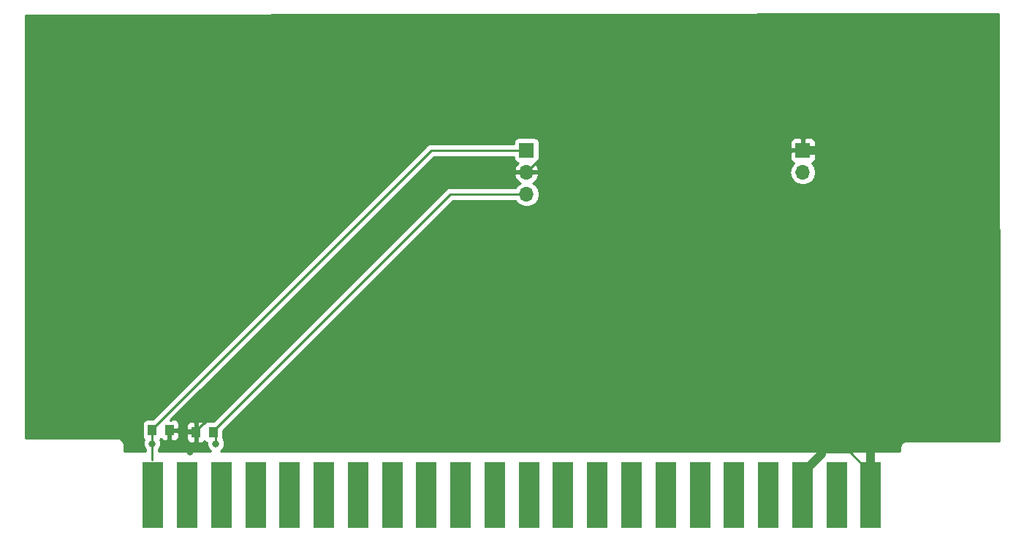
<source format=gbr>
G04 #@! TF.GenerationSoftware,KiCad,Pcbnew,5.0-dev-unknown-997d4de~62~ubuntu17.10.1*
G04 #@! TF.CreationDate,2018-02-23T16:33:40-08:00*
G04 #@! TF.ProjectId,Carrier_Board,436172726965725F426F6172642E6B69,rev?*
G04 #@! TF.SameCoordinates,Original*
G04 #@! TF.FileFunction,Copper,L1,Top,Signal*
G04 #@! TF.FilePolarity,Positive*
%FSLAX46Y46*%
G04 Gerber Fmt 4.6, Leading zero omitted, Abs format (unit mm)*
G04 Created by KiCad (PCBNEW 5.0-dev-unknown-997d4de~62~ubuntu17.10.1) date Fri Feb 23 16:33:40 2018*
%MOMM*%
%LPD*%
G01*
G04 APERTURE LIST*
%ADD10R,1.000000X1.250000*%
%ADD11O,1.700000X1.700000*%
%ADD12R,1.700000X1.700000*%
%ADD13R,2.390000X7.600000*%
%ADD14C,0.800000*%
%ADD15C,0.250000*%
%ADD16C,1.000000*%
%ADD17C,0.254000*%
G04 APERTURE END LIST*
D10*
X102625000Y-117450000D03*
X100625000Y-117450000D03*
X107700000Y-117675000D03*
X105700000Y-117675000D03*
D11*
X144000000Y-90080000D03*
X144000000Y-87540000D03*
D12*
X144000000Y-85000000D03*
D13*
X100720001Y-125007500D03*
X104680001Y-125007500D03*
X108640001Y-125007500D03*
X112600001Y-125007500D03*
X116560001Y-125007500D03*
X120520001Y-125007500D03*
X124480001Y-125007500D03*
X128440001Y-125007500D03*
X132400001Y-125007500D03*
X136360001Y-125007500D03*
X140320001Y-125007500D03*
X144280001Y-125007500D03*
X148240001Y-125007500D03*
X152200001Y-125007500D03*
X156160001Y-125007500D03*
X160120001Y-125007500D03*
X164080001Y-125007500D03*
X168040001Y-125007500D03*
X172000001Y-125007500D03*
X175960001Y-125007500D03*
X179920001Y-125007500D03*
X183880001Y-125007500D03*
D11*
X176000000Y-87540000D03*
D12*
X176000000Y-85000000D03*
D14*
X108000000Y-119000000D03*
X178000000Y-117000000D03*
X178000000Y-113000000D03*
X178000000Y-109000000D03*
X178000000Y-105000000D03*
X178000000Y-102000000D03*
X178000000Y-99000000D03*
X178000000Y-95000000D03*
X178000000Y-92000000D03*
X178000000Y-89000000D03*
X174000000Y-117000000D03*
X174000000Y-113000000D03*
X174000000Y-109000000D03*
X174000000Y-105000000D03*
X174000000Y-102000000D03*
X174000000Y-99000000D03*
X174000000Y-95000000D03*
X174000000Y-92000000D03*
X174000000Y-89000000D03*
X183880001Y-120000000D03*
X105000000Y-120000000D03*
X100625000Y-119000000D03*
D15*
X108000000Y-119000000D02*
X108000000Y-117975000D01*
X108000000Y-117975000D02*
X107700000Y-117675000D01*
X144000000Y-90080000D02*
X135170000Y-90080000D01*
X135170000Y-90080000D02*
X107700000Y-117550000D01*
X107700000Y-117550000D02*
X107700000Y-117675000D01*
X178155001Y-120207500D02*
X178362501Y-120000000D01*
X178362501Y-120000000D02*
X181477501Y-120000000D01*
X181477501Y-120000000D02*
X183880001Y-122402500D01*
X183880001Y-122402500D02*
X183880001Y-125007500D01*
D16*
X183880001Y-120000000D02*
X183880001Y-91030001D01*
X183880001Y-125007500D02*
X183880001Y-120000000D01*
D15*
X144000000Y-87540000D02*
X146540000Y-85000000D01*
X146540000Y-85000000D02*
X176000000Y-85000000D01*
X105700000Y-117675000D02*
X105700000Y-117550000D01*
X105700000Y-117550000D02*
X135710000Y-87540000D01*
X135710000Y-87540000D02*
X142797919Y-87540000D01*
X142797919Y-87540000D02*
X144000000Y-87540000D01*
X102625000Y-117450000D02*
X105475000Y-117450000D01*
X105475000Y-117450000D02*
X105700000Y-117675000D01*
X105000000Y-120000000D02*
X105700000Y-119300000D01*
X105700000Y-119300000D02*
X105700000Y-117675000D01*
D16*
X175960001Y-125007500D02*
X175960001Y-122402500D01*
X175960001Y-122402500D02*
X178155001Y-120207500D01*
X177850000Y-85000000D02*
X176000000Y-85000000D01*
X178155001Y-85305001D02*
X177850000Y-85000000D01*
X183880001Y-91030001D02*
X177850000Y-85000000D01*
D15*
X183880001Y-122402500D02*
X183477501Y-122000000D01*
X183477501Y-122000000D02*
X183000000Y-122000000D01*
X100625000Y-119000000D02*
X100625000Y-120882499D01*
X100625000Y-117450000D02*
X100625000Y-119000000D01*
X144000000Y-85000000D02*
X132950000Y-85000000D01*
X100625000Y-117325000D02*
X100625000Y-117450000D01*
X132950000Y-85000000D02*
X100625000Y-117325000D01*
D17*
G36*
X198714652Y-118740000D02*
X188019926Y-118740000D01*
X187950000Y-118726091D01*
X187880075Y-118740000D01*
X187880074Y-118740000D01*
X187672972Y-118781195D01*
X187438119Y-118938119D01*
X187281195Y-119172972D01*
X187226091Y-119450000D01*
X187240001Y-119519931D01*
X187240001Y-119873000D01*
X108590711Y-119873000D01*
X108877431Y-119586280D01*
X109035000Y-119205874D01*
X109035000Y-118794126D01*
X108877431Y-118413720D01*
X108833549Y-118369838D01*
X108847440Y-118300000D01*
X108847440Y-117477361D01*
X135484802Y-90840000D01*
X142721822Y-90840000D01*
X142929375Y-91150625D01*
X143420582Y-91478839D01*
X143853744Y-91565000D01*
X144146256Y-91565000D01*
X144579418Y-91478839D01*
X145070625Y-91150625D01*
X145398839Y-90659418D01*
X145514092Y-90080000D01*
X145398839Y-89500582D01*
X145070625Y-89009375D01*
X144751522Y-88796157D01*
X144881358Y-88735183D01*
X145271645Y-88306924D01*
X145441476Y-87896890D01*
X145320155Y-87667000D01*
X144127000Y-87667000D01*
X144127000Y-87687000D01*
X143873000Y-87687000D01*
X143873000Y-87667000D01*
X142679845Y-87667000D01*
X142558524Y-87896890D01*
X142728355Y-88306924D01*
X143118642Y-88735183D01*
X143248478Y-88796157D01*
X142929375Y-89009375D01*
X142721822Y-89320000D01*
X135244848Y-89320000D01*
X135170000Y-89305112D01*
X135095152Y-89320000D01*
X135095148Y-89320000D01*
X134873463Y-89364096D01*
X134622071Y-89532071D01*
X134579671Y-89595527D01*
X107772639Y-116402560D01*
X107200000Y-116402560D01*
X106952235Y-116451843D01*
X106742191Y-116592191D01*
X106701346Y-116653320D01*
X106559698Y-116511673D01*
X106326309Y-116415000D01*
X105985750Y-116415000D01*
X105827000Y-116573750D01*
X105827000Y-117548000D01*
X105847000Y-117548000D01*
X105847000Y-117802000D01*
X105827000Y-117802000D01*
X105827000Y-118776250D01*
X105985750Y-118935000D01*
X106326309Y-118935000D01*
X106559698Y-118838327D01*
X106701346Y-118696680D01*
X106742191Y-118757809D01*
X106952235Y-118898157D01*
X106965000Y-118900696D01*
X106965000Y-119205874D01*
X107122569Y-119586280D01*
X107409289Y-119873000D01*
X101385000Y-119873000D01*
X101385000Y-119703711D01*
X101502431Y-119586280D01*
X101660000Y-119205874D01*
X101660000Y-118794126D01*
X101558490Y-118549059D01*
X101582809Y-118532809D01*
X101623654Y-118471680D01*
X101765302Y-118613327D01*
X101998691Y-118710000D01*
X102339250Y-118710000D01*
X102498000Y-118551250D01*
X102498000Y-117577000D01*
X102752000Y-117577000D01*
X102752000Y-118551250D01*
X102910750Y-118710000D01*
X103251309Y-118710000D01*
X103484698Y-118613327D01*
X103663327Y-118434699D01*
X103760000Y-118201310D01*
X103760000Y-117960750D01*
X104565000Y-117960750D01*
X104565000Y-118426310D01*
X104661673Y-118659699D01*
X104840302Y-118838327D01*
X105073691Y-118935000D01*
X105414250Y-118935000D01*
X105573000Y-118776250D01*
X105573000Y-117802000D01*
X104723750Y-117802000D01*
X104565000Y-117960750D01*
X103760000Y-117960750D01*
X103760000Y-117735750D01*
X103601250Y-117577000D01*
X102752000Y-117577000D01*
X102498000Y-117577000D01*
X102478000Y-117577000D01*
X102478000Y-117323000D01*
X102498000Y-117323000D01*
X102498000Y-117303000D01*
X102752000Y-117303000D01*
X102752000Y-117323000D01*
X103601250Y-117323000D01*
X103760000Y-117164250D01*
X103760000Y-116923690D01*
X104565000Y-116923690D01*
X104565000Y-117389250D01*
X104723750Y-117548000D01*
X105573000Y-117548000D01*
X105573000Y-116573750D01*
X105414250Y-116415000D01*
X105073691Y-116415000D01*
X104840302Y-116511673D01*
X104661673Y-116690301D01*
X104565000Y-116923690D01*
X103760000Y-116923690D01*
X103760000Y-116698690D01*
X103663327Y-116465301D01*
X103484698Y-116286673D01*
X103251309Y-116190000D01*
X102910750Y-116190000D01*
X102752002Y-116348748D01*
X102752002Y-116272799D01*
X131484802Y-87540000D01*
X174485908Y-87540000D01*
X174601161Y-88119418D01*
X174929375Y-88610625D01*
X175420582Y-88938839D01*
X175853744Y-89025000D01*
X176146256Y-89025000D01*
X176579418Y-88938839D01*
X177070625Y-88610625D01*
X177398839Y-88119418D01*
X177514092Y-87540000D01*
X177398839Y-86960582D01*
X177070625Y-86469375D01*
X177048967Y-86454904D01*
X177209698Y-86388327D01*
X177388327Y-86209699D01*
X177485000Y-85976310D01*
X177485000Y-85285750D01*
X177326250Y-85127000D01*
X176127000Y-85127000D01*
X176127000Y-85147000D01*
X175873000Y-85147000D01*
X175873000Y-85127000D01*
X174673750Y-85127000D01*
X174515000Y-85285750D01*
X174515000Y-85976310D01*
X174611673Y-86209699D01*
X174790302Y-86388327D01*
X174951033Y-86454904D01*
X174929375Y-86469375D01*
X174601161Y-86960582D01*
X174485908Y-87540000D01*
X131484802Y-87540000D01*
X133264803Y-85760000D01*
X142502560Y-85760000D01*
X142502560Y-85850000D01*
X142551843Y-86097765D01*
X142692191Y-86307809D01*
X142902235Y-86448157D01*
X143005708Y-86468739D01*
X142728355Y-86773076D01*
X142558524Y-87183110D01*
X142679845Y-87413000D01*
X143873000Y-87413000D01*
X143873000Y-87393000D01*
X144127000Y-87393000D01*
X144127000Y-87413000D01*
X145320155Y-87413000D01*
X145441476Y-87183110D01*
X145271645Y-86773076D01*
X144994292Y-86468739D01*
X145097765Y-86448157D01*
X145307809Y-86307809D01*
X145448157Y-86097765D01*
X145497440Y-85850000D01*
X145497440Y-84150000D01*
X145472316Y-84023690D01*
X174515000Y-84023690D01*
X174515000Y-84714250D01*
X174673750Y-84873000D01*
X175873000Y-84873000D01*
X175873000Y-83673750D01*
X176127000Y-83673750D01*
X176127000Y-84873000D01*
X177326250Y-84873000D01*
X177485000Y-84714250D01*
X177485000Y-84023690D01*
X177388327Y-83790301D01*
X177209698Y-83611673D01*
X176976309Y-83515000D01*
X176285750Y-83515000D01*
X176127000Y-83673750D01*
X175873000Y-83673750D01*
X175714250Y-83515000D01*
X175023691Y-83515000D01*
X174790302Y-83611673D01*
X174611673Y-83790301D01*
X174515000Y-84023690D01*
X145472316Y-84023690D01*
X145448157Y-83902235D01*
X145307809Y-83692191D01*
X145097765Y-83551843D01*
X144850000Y-83502560D01*
X143150000Y-83502560D01*
X142902235Y-83551843D01*
X142692191Y-83692191D01*
X142551843Y-83902235D01*
X142502560Y-84150000D01*
X142502560Y-84240000D01*
X133024846Y-84240000D01*
X132949999Y-84225112D01*
X132875152Y-84240000D01*
X132875148Y-84240000D01*
X132653463Y-84284096D01*
X132653461Y-84284097D01*
X132653462Y-84284097D01*
X132465526Y-84409671D01*
X132465524Y-84409673D01*
X132402071Y-84452071D01*
X132359673Y-84515524D01*
X100697639Y-116177560D01*
X100125000Y-116177560D01*
X99877235Y-116226843D01*
X99667191Y-116367191D01*
X99526843Y-116577235D01*
X99477560Y-116825000D01*
X99477560Y-118075000D01*
X99526843Y-118322765D01*
X99667191Y-118532809D01*
X99691510Y-118549059D01*
X99590000Y-118794126D01*
X99590000Y-119205874D01*
X99747569Y-119586280D01*
X99865000Y-119703711D01*
X99865000Y-119873000D01*
X97385000Y-119873000D01*
X97385000Y-119169926D01*
X97398909Y-119100000D01*
X97343805Y-118822972D01*
X97186881Y-118588119D01*
X96952028Y-118431195D01*
X96744926Y-118390000D01*
X96675000Y-118376091D01*
X96605075Y-118390000D01*
X85960703Y-118390000D01*
X86009297Y-69334068D01*
X198690349Y-69185933D01*
X198714652Y-118740000D01*
X198714652Y-118740000D01*
G37*
X198714652Y-118740000D02*
X188019926Y-118740000D01*
X187950000Y-118726091D01*
X187880075Y-118740000D01*
X187880074Y-118740000D01*
X187672972Y-118781195D01*
X187438119Y-118938119D01*
X187281195Y-119172972D01*
X187226091Y-119450000D01*
X187240001Y-119519931D01*
X187240001Y-119873000D01*
X108590711Y-119873000D01*
X108877431Y-119586280D01*
X109035000Y-119205874D01*
X109035000Y-118794126D01*
X108877431Y-118413720D01*
X108833549Y-118369838D01*
X108847440Y-118300000D01*
X108847440Y-117477361D01*
X135484802Y-90840000D01*
X142721822Y-90840000D01*
X142929375Y-91150625D01*
X143420582Y-91478839D01*
X143853744Y-91565000D01*
X144146256Y-91565000D01*
X144579418Y-91478839D01*
X145070625Y-91150625D01*
X145398839Y-90659418D01*
X145514092Y-90080000D01*
X145398839Y-89500582D01*
X145070625Y-89009375D01*
X144751522Y-88796157D01*
X144881358Y-88735183D01*
X145271645Y-88306924D01*
X145441476Y-87896890D01*
X145320155Y-87667000D01*
X144127000Y-87667000D01*
X144127000Y-87687000D01*
X143873000Y-87687000D01*
X143873000Y-87667000D01*
X142679845Y-87667000D01*
X142558524Y-87896890D01*
X142728355Y-88306924D01*
X143118642Y-88735183D01*
X143248478Y-88796157D01*
X142929375Y-89009375D01*
X142721822Y-89320000D01*
X135244848Y-89320000D01*
X135170000Y-89305112D01*
X135095152Y-89320000D01*
X135095148Y-89320000D01*
X134873463Y-89364096D01*
X134622071Y-89532071D01*
X134579671Y-89595527D01*
X107772639Y-116402560D01*
X107200000Y-116402560D01*
X106952235Y-116451843D01*
X106742191Y-116592191D01*
X106701346Y-116653320D01*
X106559698Y-116511673D01*
X106326309Y-116415000D01*
X105985750Y-116415000D01*
X105827000Y-116573750D01*
X105827000Y-117548000D01*
X105847000Y-117548000D01*
X105847000Y-117802000D01*
X105827000Y-117802000D01*
X105827000Y-118776250D01*
X105985750Y-118935000D01*
X106326309Y-118935000D01*
X106559698Y-118838327D01*
X106701346Y-118696680D01*
X106742191Y-118757809D01*
X106952235Y-118898157D01*
X106965000Y-118900696D01*
X106965000Y-119205874D01*
X107122569Y-119586280D01*
X107409289Y-119873000D01*
X101385000Y-119873000D01*
X101385000Y-119703711D01*
X101502431Y-119586280D01*
X101660000Y-119205874D01*
X101660000Y-118794126D01*
X101558490Y-118549059D01*
X101582809Y-118532809D01*
X101623654Y-118471680D01*
X101765302Y-118613327D01*
X101998691Y-118710000D01*
X102339250Y-118710000D01*
X102498000Y-118551250D01*
X102498000Y-117577000D01*
X102752000Y-117577000D01*
X102752000Y-118551250D01*
X102910750Y-118710000D01*
X103251309Y-118710000D01*
X103484698Y-118613327D01*
X103663327Y-118434699D01*
X103760000Y-118201310D01*
X103760000Y-117960750D01*
X104565000Y-117960750D01*
X104565000Y-118426310D01*
X104661673Y-118659699D01*
X104840302Y-118838327D01*
X105073691Y-118935000D01*
X105414250Y-118935000D01*
X105573000Y-118776250D01*
X105573000Y-117802000D01*
X104723750Y-117802000D01*
X104565000Y-117960750D01*
X103760000Y-117960750D01*
X103760000Y-117735750D01*
X103601250Y-117577000D01*
X102752000Y-117577000D01*
X102498000Y-117577000D01*
X102478000Y-117577000D01*
X102478000Y-117323000D01*
X102498000Y-117323000D01*
X102498000Y-117303000D01*
X102752000Y-117303000D01*
X102752000Y-117323000D01*
X103601250Y-117323000D01*
X103760000Y-117164250D01*
X103760000Y-116923690D01*
X104565000Y-116923690D01*
X104565000Y-117389250D01*
X104723750Y-117548000D01*
X105573000Y-117548000D01*
X105573000Y-116573750D01*
X105414250Y-116415000D01*
X105073691Y-116415000D01*
X104840302Y-116511673D01*
X104661673Y-116690301D01*
X104565000Y-116923690D01*
X103760000Y-116923690D01*
X103760000Y-116698690D01*
X103663327Y-116465301D01*
X103484698Y-116286673D01*
X103251309Y-116190000D01*
X102910750Y-116190000D01*
X102752002Y-116348748D01*
X102752002Y-116272799D01*
X131484802Y-87540000D01*
X174485908Y-87540000D01*
X174601161Y-88119418D01*
X174929375Y-88610625D01*
X175420582Y-88938839D01*
X175853744Y-89025000D01*
X176146256Y-89025000D01*
X176579418Y-88938839D01*
X177070625Y-88610625D01*
X177398839Y-88119418D01*
X177514092Y-87540000D01*
X177398839Y-86960582D01*
X177070625Y-86469375D01*
X177048967Y-86454904D01*
X177209698Y-86388327D01*
X177388327Y-86209699D01*
X177485000Y-85976310D01*
X177485000Y-85285750D01*
X177326250Y-85127000D01*
X176127000Y-85127000D01*
X176127000Y-85147000D01*
X175873000Y-85147000D01*
X175873000Y-85127000D01*
X174673750Y-85127000D01*
X174515000Y-85285750D01*
X174515000Y-85976310D01*
X174611673Y-86209699D01*
X174790302Y-86388327D01*
X174951033Y-86454904D01*
X174929375Y-86469375D01*
X174601161Y-86960582D01*
X174485908Y-87540000D01*
X131484802Y-87540000D01*
X133264803Y-85760000D01*
X142502560Y-85760000D01*
X142502560Y-85850000D01*
X142551843Y-86097765D01*
X142692191Y-86307809D01*
X142902235Y-86448157D01*
X143005708Y-86468739D01*
X142728355Y-86773076D01*
X142558524Y-87183110D01*
X142679845Y-87413000D01*
X143873000Y-87413000D01*
X143873000Y-87393000D01*
X144127000Y-87393000D01*
X144127000Y-87413000D01*
X145320155Y-87413000D01*
X145441476Y-87183110D01*
X145271645Y-86773076D01*
X144994292Y-86468739D01*
X145097765Y-86448157D01*
X145307809Y-86307809D01*
X145448157Y-86097765D01*
X145497440Y-85850000D01*
X145497440Y-84150000D01*
X145472316Y-84023690D01*
X174515000Y-84023690D01*
X174515000Y-84714250D01*
X174673750Y-84873000D01*
X175873000Y-84873000D01*
X175873000Y-83673750D01*
X176127000Y-83673750D01*
X176127000Y-84873000D01*
X177326250Y-84873000D01*
X177485000Y-84714250D01*
X177485000Y-84023690D01*
X177388327Y-83790301D01*
X177209698Y-83611673D01*
X176976309Y-83515000D01*
X176285750Y-83515000D01*
X176127000Y-83673750D01*
X175873000Y-83673750D01*
X175714250Y-83515000D01*
X175023691Y-83515000D01*
X174790302Y-83611673D01*
X174611673Y-83790301D01*
X174515000Y-84023690D01*
X145472316Y-84023690D01*
X145448157Y-83902235D01*
X145307809Y-83692191D01*
X145097765Y-83551843D01*
X144850000Y-83502560D01*
X143150000Y-83502560D01*
X142902235Y-83551843D01*
X142692191Y-83692191D01*
X142551843Y-83902235D01*
X142502560Y-84150000D01*
X142502560Y-84240000D01*
X133024846Y-84240000D01*
X132949999Y-84225112D01*
X132875152Y-84240000D01*
X132875148Y-84240000D01*
X132653463Y-84284096D01*
X132653461Y-84284097D01*
X132653462Y-84284097D01*
X132465526Y-84409671D01*
X132465524Y-84409673D01*
X132402071Y-84452071D01*
X132359673Y-84515524D01*
X100697639Y-116177560D01*
X100125000Y-116177560D01*
X99877235Y-116226843D01*
X99667191Y-116367191D01*
X99526843Y-116577235D01*
X99477560Y-116825000D01*
X99477560Y-118075000D01*
X99526843Y-118322765D01*
X99667191Y-118532809D01*
X99691510Y-118549059D01*
X99590000Y-118794126D01*
X99590000Y-119205874D01*
X99747569Y-119586280D01*
X99865000Y-119703711D01*
X99865000Y-119873000D01*
X97385000Y-119873000D01*
X97385000Y-119169926D01*
X97398909Y-119100000D01*
X97343805Y-118822972D01*
X97186881Y-118588119D01*
X96952028Y-118431195D01*
X96744926Y-118390000D01*
X96675000Y-118376091D01*
X96605075Y-118390000D01*
X85960703Y-118390000D01*
X86009297Y-69334068D01*
X198690349Y-69185933D01*
X198714652Y-118740000D01*
M02*

</source>
